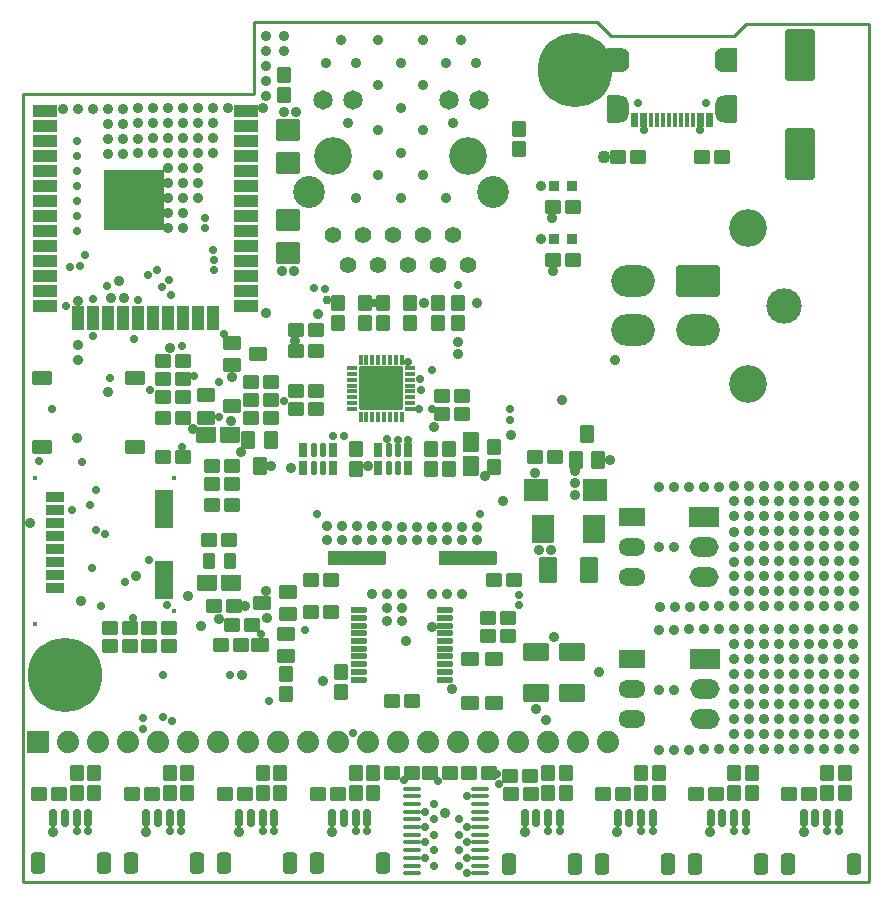
<source format=gbr>
%TF.GenerationSoftware,KiCad,Pcbnew,(7.0.0)*%
%TF.CreationDate,2023-03-12T03:28:47+03:00*%
%TF.ProjectId,ESP32-DEVKIT-L,45535033-322d-4444-9556-4b49542d4c2e,1*%
%TF.SameCoordinates,PX4260300PY8558f68*%
%TF.FileFunction,Soldermask,Top*%
%TF.FilePolarity,Negative*%
%FSLAX46Y46*%
G04 Gerber Fmt 4.6, Leading zero omitted, Abs format (unit mm)*
G04 Created by KiCad (PCBNEW (7.0.0)) date 2023-03-12 03:28:47*
%MOMM*%
%LPD*%
G01*
G04 APERTURE LIST*
G04 Aperture macros list*
%AMRoundRect*
0 Rectangle with rounded corners*
0 $1 Rounding radius*
0 $2 $3 $4 $5 $6 $7 $8 $9 X,Y pos of 4 corners*
0 Add a 4 corners polygon primitive as box body*
4,1,4,$2,$3,$4,$5,$6,$7,$8,$9,$2,$3,0*
0 Add four circle primitives for the rounded corners*
1,1,$1+$1,$2,$3*
1,1,$1+$1,$4,$5*
1,1,$1+$1,$6,$7*
1,1,$1+$1,$8,$9*
0 Add four rect primitives between the rounded corners*
20,1,$1+$1,$2,$3,$4,$5,0*
20,1,$1+$1,$4,$5,$6,$7,0*
20,1,$1+$1,$6,$7,$8,$9,0*
20,1,$1+$1,$8,$9,$2,$3,0*%
G04 Aperture macros list end*
%ADD10C,1.200000*%
%ADD11C,6.300000*%
%ADD12RoundRect,0.101600X0.499110X-0.549910X0.499110X0.549910X-0.499110X0.549910X-0.499110X-0.549910X0*%
%ADD13RoundRect,0.101600X-0.398780X-0.599440X0.398780X-0.599440X0.398780X0.599440X-0.398780X0.599440X0*%
%ADD14RoundRect,0.101600X-0.499110X0.549910X-0.499110X-0.549910X0.499110X-0.549910X0.499110X0.549910X0*%
%ADD15RoundRect,0.101600X0.549910X0.499110X-0.549910X0.499110X-0.549910X-0.499110X0.549910X-0.499110X0*%
%ADD16RoundRect,0.050800X0.635000X-0.762000X0.635000X0.762000X-0.635000X0.762000X-0.635000X-0.762000X0*%
%ADD17RoundRect,0.050800X0.762000X0.635000X-0.762000X0.635000X-0.762000X-0.635000X0.762000X-0.635000X0*%
%ADD18RoundRect,0.050800X-0.400000X-0.400000X0.400000X-0.400000X0.400000X0.400000X-0.400000X0.400000X0*%
%ADD19RoundRect,0.101600X-0.549910X-0.499110X0.549910X-0.499110X0.549910X0.499110X-0.549910X0.499110X0*%
%ADD20RoundRect,0.050800X-0.317500X-0.508000X0.317500X-0.508000X0.317500X0.508000X-0.317500X0.508000X0*%
%ADD21RoundRect,0.050800X-0.190500X-0.508000X0.190500X-0.508000X0.190500X0.508000X-0.190500X0.508000X0*%
%ADD22RoundRect,0.050800X0.317500X0.508000X-0.317500X0.508000X-0.317500X-0.508000X0.317500X-0.508000X0*%
%ADD23RoundRect,0.050800X0.190500X0.508000X-0.190500X0.508000X-0.190500X-0.508000X0.190500X-0.508000X0*%
%ADD24RoundRect,0.050800X-1.000000X-0.450000X1.000000X-0.450000X1.000000X0.450000X-1.000000X0.450000X0*%
%ADD25RoundRect,0.050800X-0.450000X-1.000000X0.450000X-1.000000X0.450000X1.000000X-0.450000X1.000000X0*%
%ADD26C,2.101600*%
%ADD27RoundRect,0.050800X-2.500000X-2.500000X2.500000X-2.500000X2.500000X2.500000X-2.500000X2.500000X0*%
%ADD28RoundRect,0.050800X-0.400000X-0.125000X0.400000X-0.125000X0.400000X0.125000X-0.400000X0.125000X0*%
%ADD29RoundRect,0.050800X0.125000X-0.400000X0.125000X0.400000X-0.125000X0.400000X-0.125000X-0.400000X0*%
%ADD30RoundRect,0.050800X0.400000X0.125000X-0.400000X0.125000X-0.400000X-0.125000X0.400000X-0.125000X0*%
%ADD31RoundRect,0.050800X-0.125000X0.400000X-0.125000X-0.400000X0.125000X-0.400000X0.125000X0.400000X0*%
%ADD32R,0.400000X0.400000*%
%ADD33R,1.422400X1.422400*%
%ADD34RoundRect,0.050800X-1.800000X1.800000X-1.800000X-1.800000X1.800000X-1.800000X1.800000X1.800000X0*%
%ADD35RoundRect,0.050800X-0.750000X0.400000X-0.750000X-0.400000X0.750000X-0.400000X0.750000X0.400000X0*%
%ADD36C,0.400000*%
%ADD37RoundRect,0.050800X-0.750000X1.550000X-0.750000X-1.550000X0.750000X-1.550000X0.750000X1.550000X0*%
%ADD38RoundRect,0.050800X-0.762000X0.508000X-0.762000X-0.508000X0.762000X-0.508000X0.762000X0.508000X0*%
%ADD39C,3.200000*%
%ADD40C,1.410000*%
%ADD41C,1.650000*%
%ADD42C,2.700000*%
%ADD43RoundRect,0.101600X-0.899160X0.798830X-0.899160X-0.798830X0.899160X-0.798830X0.899160X0.798830X0*%
%ADD44RoundRect,0.101600X0.899160X-0.798830X0.899160X0.798830X-0.899160X0.798830X-0.899160X-0.798830X0*%
%ADD45RoundRect,0.050800X1.000000X0.850000X-1.000000X0.850000X-1.000000X-0.850000X1.000000X-0.850000X0*%
%ADD46RoundRect,0.050800X-0.500000X0.700000X-0.500000X-0.700000X0.500000X-0.700000X0.500000X0.700000X0*%
%ADD47RoundRect,0.050800X-2.413000X-0.550000X2.413000X-0.550000X2.413000X0.550000X-2.413000X0.550000X0*%
%ADD48RoundRect,0.050800X-0.700000X-0.500000X0.700000X-0.500000X0.700000X0.500000X-0.700000X0.500000X0*%
%ADD49RoundRect,0.050800X0.635000X-0.162500X0.635000X0.162500X-0.635000X0.162500X-0.635000X-0.162500X0*%
%ADD50RoundRect,0.050800X-0.889000X-0.889000X0.889000X-0.889000X0.889000X0.889000X-0.889000X0.889000X0*%
%ADD51C,1.879600*%
%ADD52RoundRect,0.050800X0.889000X1.143000X-0.889000X1.143000X-0.889000X-1.143000X0.889000X-1.143000X0*%
%ADD53RoundRect,0.050800X0.500000X-0.700000X0.500000X0.700000X-0.500000X0.700000X-0.500000X-0.700000X0*%
%ADD54RoundRect,0.050800X-0.762000X-0.635000X0.762000X-0.635000X0.762000X0.635000X-0.762000X0.635000X0*%
%ADD55RoundRect,0.050800X0.700000X0.500000X-0.700000X0.500000X-0.700000X-0.500000X0.700000X-0.500000X0*%
%ADD56RoundRect,0.050800X-0.700000X0.500000X-0.700000X-0.500000X0.700000X-0.500000X0.700000X0.500000X0*%
%ADD57RoundRect,0.050800X0.700000X-0.500000X0.700000X0.500000X-0.700000X0.500000X-0.700000X-0.500000X0*%
%ADD58RoundRect,0.150000X-0.150000X-0.625000X0.150000X-0.625000X0.150000X0.625000X-0.150000X0.625000X0*%
%ADD59RoundRect,0.250000X-0.350000X-0.650000X0.350000X-0.650000X0.350000X0.650000X-0.350000X0.650000X0*%
%ADD60RoundRect,0.101600X0.635000X1.029970X-0.635000X1.029970X-0.635000X-1.029970X0.635000X-1.029970X0*%
%ADD61R,2.300000X1.500000*%
%ADD62O,2.300000X1.500000*%
%ADD63R,2.500000X1.700000*%
%ADD64O,2.500000X1.700000*%
%ADD65C,3.000000*%
%ADD66RoundRect,0.250001X-1.599999X1.099999X-1.599999X-1.099999X1.599999X-1.099999X1.599999X1.099999X0*%
%ADD67O,3.700000X2.700000*%
%ADD68RoundRect,0.100000X-0.637500X-0.100000X0.637500X-0.100000X0.637500X0.100000X-0.637500X0.100000X0*%
%ADD69C,0.701600*%
%ADD70RoundRect,0.050800X0.550000X1.100000X-0.550000X1.100000X-0.550000X-1.100000X0.550000X-1.100000X0*%
%ADD71O,1.301600X2.301600*%
%ADD72RoundRect,0.050800X0.550000X1.000000X-0.550000X1.000000X-0.550000X-1.000000X0.550000X-1.000000X0*%
%ADD73O,1.401600X2.101600*%
%ADD74RoundRect,0.050800X0.150000X0.575000X-0.150000X0.575000X-0.150000X-0.575000X0.150000X-0.575000X0*%
%ADD75RoundRect,0.050800X0.125000X0.575000X-0.125000X0.575000X-0.125000X-0.575000X0.125000X-0.575000X0*%
%ADD76C,1.101600*%
%ADD77RoundRect,0.101600X1.029970X-0.635000X1.029970X0.635000X-1.029970X0.635000X-1.029970X-0.635000X0*%
%ADD78RoundRect,0.250000X1.000000X-1.950000X1.000000X1.950000X-1.000000X1.950000X-1.000000X-1.950000X0*%
%ADD79C,0.900000*%
%ADD80C,0.700000*%
%ADD81C,0.750000*%
%TA.AperFunction,Profile*%
%ADD82C,0.254000*%
%TD*%
G04 APERTURE END LIST*
D10*
X1139000Y17524000D03*
X1901000Y19175000D03*
X1901000Y15746000D03*
X3552000Y19937000D03*
D11*
X3552000Y17524000D03*
D10*
X3552000Y15111000D03*
X5203000Y19175000D03*
X5203000Y15873000D03*
X5965000Y17524000D03*
D12*
X36064000Y34963640D03*
X36064000Y36660360D03*
X34540000Y34963640D03*
X34540000Y36660360D03*
D13*
X15733840Y27176000D03*
X17532160Y27176000D03*
D14*
X36826000Y48979360D03*
X36826000Y47282640D03*
X39874000Y36787360D03*
X39874000Y35090640D03*
X28190000Y36660360D03*
X28190000Y34963640D03*
X35175000Y48979360D03*
X35175000Y47282640D03*
D15*
X24847360Y44956000D03*
X23150640Y44956000D03*
X24847360Y40003000D03*
X23150640Y40003000D03*
X24847360Y41527000D03*
X23150640Y41527000D03*
X37166360Y41146000D03*
X35469640Y41146000D03*
D16*
X37969000Y35177000D03*
X37969000Y37209000D03*
D17*
X17649000Y25271000D03*
X15617000Y25271000D03*
D18*
X46461500Y54455000D03*
X44937500Y54455000D03*
D19*
X11847640Y44067000D03*
X13544360Y44067000D03*
D12*
X22094000Y66586640D03*
X22094000Y68283360D03*
D14*
X42033000Y63711360D03*
X42033000Y62014640D03*
X28952000Y48979360D03*
X28952000Y47282640D03*
X26666000Y48979360D03*
X26666000Y47282640D03*
X32762000Y48979360D03*
X32762000Y47282640D03*
X30476000Y48979360D03*
X30476000Y47282640D03*
D19*
X31278640Y15301500D03*
X32975360Y15301500D03*
X35469640Y39625000D03*
X37166360Y39625000D03*
D15*
X24847360Y46734000D03*
X23150640Y46734000D03*
D19*
X39406640Y20826000D03*
X41103360Y20826000D03*
D15*
X26117360Y22858000D03*
X24420640Y22858000D03*
D20*
X23745000Y35050000D03*
X23745000Y36574000D03*
D21*
X24634000Y35050000D03*
X24634000Y36574000D03*
X25396000Y35050000D03*
X25396000Y36574000D03*
D20*
X26285000Y35050000D03*
X26285000Y36574000D03*
D22*
X32635000Y36574000D03*
X32635000Y35050000D03*
D23*
X31746000Y36574000D03*
X31746000Y35050000D03*
X30984000Y36574000D03*
X30984000Y35050000D03*
D22*
X30095000Y36574000D03*
X30095000Y35050000D03*
D24*
X1910000Y65252000D03*
X1910000Y63982000D03*
X1910000Y62712000D03*
X1910000Y61442000D03*
X1910000Y60172000D03*
X1910000Y58902000D03*
X1910000Y57632000D03*
X1910000Y56362000D03*
X1910000Y55092000D03*
X1910000Y53822000D03*
X1910000Y52552000D03*
X1910000Y51282000D03*
X1910000Y50012000D03*
X1910000Y48742000D03*
D25*
X4710000Y47742000D03*
X5980000Y47742000D03*
X7250000Y47742000D03*
X8520000Y47742000D03*
X9790000Y47742000D03*
X11060000Y47742000D03*
X12330000Y47742000D03*
X13600000Y47742000D03*
X14870000Y47742000D03*
X16140000Y47742000D03*
D24*
X18910000Y48742000D03*
X18910000Y50012000D03*
X18910000Y51282000D03*
X18910000Y52552000D03*
X18910000Y53822000D03*
X18910000Y55092000D03*
X18910000Y56362000D03*
X18910000Y57632000D03*
X18910000Y58902000D03*
X18910000Y60172000D03*
X18910000Y61442000D03*
X18910000Y62712000D03*
X18910000Y63982000D03*
X18910000Y65252000D03*
D26*
X9410000Y57742000D03*
D27*
X9410000Y57742000D03*
D28*
X27899000Y43531000D03*
X27899000Y43031000D03*
X27899000Y42531000D03*
X27899000Y42031000D03*
X27899000Y41531000D03*
X27899000Y41031000D03*
X27899000Y40531000D03*
X27899000Y40031000D03*
D29*
X28599000Y39331000D03*
X29099000Y39331000D03*
X29599000Y39331000D03*
X30099000Y39331000D03*
X30599000Y39331000D03*
X31099000Y39331000D03*
X31599000Y39331000D03*
X32099000Y39331000D03*
D30*
X32799000Y40031000D03*
X32799000Y40531000D03*
X32799000Y41031000D03*
X32799000Y41531000D03*
X32799000Y42031000D03*
X32799000Y42531000D03*
X32799000Y43031000D03*
X32799000Y43531000D03*
D31*
X32099000Y44231000D03*
X31599000Y44231000D03*
X31099000Y44231000D03*
X30599000Y44231000D03*
X30099000Y44231000D03*
X29599000Y44231000D03*
X29099000Y44231000D03*
X28599000Y44231000D03*
D32*
X30848999Y43080999D03*
X29848999Y43080999D03*
X31648999Y42280999D03*
X29048999Y42280999D03*
D33*
X30348999Y41780999D03*
D34*
X30349000Y41781000D03*
D32*
X31648999Y41280999D03*
X29048999Y41280999D03*
X30848999Y40480999D03*
X29848999Y40480999D03*
D35*
X2727000Y24850000D03*
X2727000Y25950000D03*
X2727000Y27050000D03*
X2727000Y28150000D03*
X2727000Y29250000D03*
X2727000Y30350000D03*
X2727000Y31450000D03*
X2727000Y32550000D03*
D36*
X1007000Y21880000D03*
X12807000Y22970000D03*
X12807000Y34240000D03*
X1007000Y34240000D03*
D37*
X11977000Y31610000D03*
X11977000Y25550000D03*
D15*
X17481360Y28954000D03*
X15784640Y28954000D03*
D38*
X9521000Y42670000D03*
X1647000Y42670000D03*
X9521000Y36828000D03*
X1647000Y36828000D03*
D39*
X37715000Y61466000D03*
X26285000Y61466000D03*
D40*
X36455000Y54766000D03*
X35185000Y52226000D03*
X33915000Y54766000D03*
X32645000Y52226000D03*
X31375000Y54766000D03*
X30105000Y52226000D03*
X28835000Y54766000D03*
X27565000Y52226000D03*
D41*
X27930000Y66214500D03*
X38610000Y66214500D03*
D42*
X39800000Y58416000D03*
X24200000Y58416000D03*
D41*
X25390000Y66214500D03*
X36070000Y66214500D03*
D43*
X22475000Y56007540D03*
X22475000Y53208460D03*
D44*
X22475000Y60828460D03*
X22475000Y63627540D03*
D15*
X46547860Y52677000D03*
X44851140Y52677000D03*
X26117360Y25525000D03*
X24420640Y25525000D03*
D19*
X39914640Y25525000D03*
X41611360Y25525000D03*
D14*
X26950000Y17798360D03*
X26950000Y16101640D03*
D19*
X39406640Y22350000D03*
X41103360Y22350000D03*
D45*
X48470000Y33145000D03*
X43470000Y33145000D03*
D46*
X46798040Y35720560D03*
X48700500Y35720560D03*
X47745460Y37930360D03*
D47*
X28317000Y27430000D03*
X37715000Y27430000D03*
D48*
X22439440Y22670040D03*
X22439440Y24572500D03*
X20229640Y23617460D03*
D15*
X45040360Y35939000D03*
X43343640Y35939000D03*
D12*
X22310000Y15883280D03*
X22310000Y17580000D03*
D15*
X13544360Y42543000D03*
X11847640Y42543000D03*
D19*
X11847640Y41019000D03*
X13544360Y41019000D03*
D49*
X35746500Y17139000D03*
X35746500Y17789000D03*
X35746500Y18439000D03*
X35746500Y19089000D03*
X35746500Y19739000D03*
X35746500Y20389000D03*
X35746500Y21039000D03*
X35746500Y21689000D03*
X35746500Y22339000D03*
X35746500Y22989000D03*
X28507500Y22989000D03*
X28507500Y22339000D03*
X28507500Y21689000D03*
X28507500Y21039000D03*
X28507500Y20389000D03*
X28507500Y19739000D03*
X28507500Y19089000D03*
X28507500Y18439000D03*
X28507500Y17789000D03*
X28507500Y17139000D03*
D10*
X44319000Y68705000D03*
X45081000Y70356000D03*
X45081000Y66927000D03*
X46732000Y71118000D03*
D11*
X46732000Y68705000D03*
D10*
X46732000Y66292000D03*
X48383000Y70356000D03*
X48383000Y67054000D03*
X49145000Y68705000D03*
D50*
X1266000Y11809000D03*
D51*
X3806000Y11809000D03*
X6346000Y11809000D03*
X8886000Y11809000D03*
X11426000Y11809000D03*
X13966000Y11809000D03*
X16506000Y11809000D03*
X19046000Y11809000D03*
X21586000Y11809000D03*
X24126000Y11809000D03*
X26666000Y11809000D03*
X29206000Y11809000D03*
X31746000Y11809000D03*
X34286000Y11809000D03*
X36826000Y11809000D03*
X39366000Y11809000D03*
X41906000Y11809000D03*
X44446000Y11809000D03*
X46986000Y11809000D03*
X49526000Y11809000D03*
D18*
X46461500Y58900000D03*
X44937500Y58900000D03*
D19*
X44851140Y57122000D03*
X46547860Y57122000D03*
D15*
X12348360Y19940000D03*
X10651640Y19940000D03*
X17735360Y35177000D03*
X16038640Y35177000D03*
D52*
X48401000Y29843000D03*
X44047000Y29843000D03*
D53*
X21011960Y37427440D03*
X19109500Y37427440D03*
X20064540Y35217640D03*
D15*
X21037360Y42289000D03*
X19340640Y42289000D03*
D54*
X15490000Y37844000D03*
X17522000Y37844000D03*
D19*
X19340639Y39241000D03*
X21037359Y39241000D03*
D55*
X17684560Y45651960D03*
X17684560Y43749500D03*
X19894360Y44704540D03*
D19*
X19340639Y40765000D03*
X21037359Y40765000D03*
D15*
X9099360Y21461000D03*
X7402640Y21461000D03*
X17735360Y33653000D03*
X16038640Y33653000D03*
D56*
X15533000Y41207000D03*
X15533000Y39307000D03*
X17733000Y40257000D03*
D57*
X37842000Y15116000D03*
X37842000Y18916000D03*
D56*
X39874000Y18916000D03*
X39874000Y15116000D03*
D19*
X16038640Y31875000D03*
X17735360Y31875000D03*
D15*
X12348360Y21464000D03*
X10651640Y21464000D03*
X9099360Y19937000D03*
X7402640Y19937000D03*
X19386360Y21715000D03*
X17689640Y21715000D03*
X17862360Y23366000D03*
X16165640Y23366000D03*
D48*
X22312440Y19114040D03*
X22312440Y21016500D03*
X20102640Y20061460D03*
D15*
X18497360Y20064000D03*
X16800640Y20064000D03*
X13544360Y39241000D03*
X11847640Y39241000D03*
X13544360Y35939000D03*
X11847640Y35939000D03*
D14*
X28170000Y9235081D03*
X28170000Y7538361D03*
D15*
X39473360Y9219180D03*
X37776640Y9219180D03*
D19*
X17091640Y7480000D03*
X18788360Y7480000D03*
D58*
X10430000Y5440000D03*
X11430000Y5440000D03*
X12430000Y5440000D03*
X13430000Y5440000D03*
D59*
X9130000Y1565000D03*
X14730000Y1565000D03*
D19*
X64903200Y7475000D03*
X66599920Y7475000D03*
D60*
X47977600Y26400000D03*
X44472400Y26400000D03*
D14*
X4560000Y9236720D03*
X4560000Y7540000D03*
D58*
X2560000Y5440000D03*
X3560000Y5440000D03*
X4560000Y5440000D03*
X5560000Y5440000D03*
D59*
X1260000Y1565000D03*
X6860000Y1565000D03*
D40*
X26300000Y54775000D03*
D61*
X51609999Y30924999D03*
D62*
X51609999Y28384999D03*
X51609999Y25844999D03*
D19*
X1361640Y7480000D03*
X3058360Y7480000D03*
D58*
X50360000Y5434115D03*
X51360000Y5434115D03*
X52360000Y5434115D03*
X53360000Y5434115D03*
D59*
X49060000Y1559115D03*
X54660000Y1559115D03*
D58*
X58230000Y5435112D03*
X59230000Y5435112D03*
X60230000Y5435112D03*
X61230000Y5435112D03*
D59*
X56930000Y1560112D03*
X62530000Y1560112D03*
D14*
X21775000Y9236009D03*
X21775000Y7539289D03*
D58*
X26170000Y5436721D03*
X27170000Y5436721D03*
X28170000Y5436721D03*
X29170000Y5436721D03*
D59*
X24870000Y1561721D03*
X30470000Y1561721D03*
D14*
X53835000Y9232475D03*
X53835000Y7535755D03*
D61*
X51609999Y18849999D03*
D62*
X51609999Y16309999D03*
X51609999Y13769999D03*
D19*
X50401640Y61350000D03*
X52098360Y61350000D03*
X57032480Y7475112D03*
X58729200Y7475112D03*
D63*
X57724999Y18874999D03*
D64*
X57724999Y16334999D03*
X57724999Y13794999D03*
D14*
X52360000Y9229195D03*
X52360000Y7532475D03*
X60230000Y9233472D03*
X60230000Y7536752D03*
D63*
X57717499Y30934999D03*
D64*
X57717499Y28394999D03*
X57717499Y25854999D03*
D14*
X6035000Y9238360D03*
X6035000Y7541640D03*
D15*
X36193360Y9220000D03*
X34496640Y9220000D03*
D14*
X29645000Y9235081D03*
X29645000Y7538361D03*
D19*
X49160800Y7474115D03*
X50857520Y7474115D03*
D58*
X42490000Y5433893D03*
X43490000Y5433893D03*
X44490000Y5433893D03*
X45490000Y5433893D03*
D59*
X41190000Y1558893D03*
X46790000Y1558893D03*
D14*
X68100720Y9236640D03*
X68100720Y7539920D03*
D65*
X64465000Y48800000D03*
D66*
X57165000Y50900000D03*
D67*
X57164999Y46699999D03*
X51664999Y50899999D03*
X51664999Y46699999D03*
D19*
X57476640Y61350000D03*
X59173360Y61350000D03*
D68*
X32987500Y7890000D03*
X32987500Y7240000D03*
X32987500Y6590000D03*
X32987500Y5940000D03*
X32987500Y5290000D03*
X32987500Y4640000D03*
X32987500Y3990000D03*
X32987500Y3340000D03*
X32987500Y2690000D03*
X32987500Y2040000D03*
X32987500Y1390000D03*
X32987500Y740000D03*
X38712500Y740000D03*
X38712500Y1390000D03*
X38712500Y2040000D03*
X38712500Y2690000D03*
X38712500Y3340000D03*
X38712500Y3990000D03*
X38712500Y4640000D03*
X38712500Y5290000D03*
X38712500Y5940000D03*
X38712500Y6590000D03*
X38712500Y7240000D03*
X38712500Y7890000D03*
D19*
X9231640Y7480000D03*
X10928360Y7480000D03*
D14*
X13905000Y9238360D03*
X13905000Y7541640D03*
D15*
X42948360Y8980000D03*
X41251640Y8980000D03*
D14*
X45965000Y9232253D03*
X45965000Y7535533D03*
X20300000Y9236009D03*
X20300000Y7539289D03*
D15*
X26669200Y7476721D03*
X24972480Y7476721D03*
D58*
X66110000Y5435000D03*
X67110000Y5435000D03*
X68110000Y5435000D03*
X69110000Y5435000D03*
D59*
X64810000Y1560000D03*
X70410000Y1560000D03*
D19*
X41292480Y7473893D03*
X42989200Y7473893D03*
D69*
X52085000Y65920000D03*
X57865000Y65920000D03*
D70*
X50047400Y65420000D03*
D71*
X50654999Y65419999D03*
X59294999Y65419999D03*
D70*
X59902600Y65420000D03*
D72*
X50047400Y69600000D03*
D73*
X50654999Y69599999D03*
X59294999Y69599999D03*
D72*
X59902600Y69600000D03*
D74*
X58300000Y64518000D03*
X57500000Y64518000D03*
D75*
X56225000Y64518000D03*
X55225000Y64518000D03*
X54725000Y64518000D03*
X53725000Y64518000D03*
D74*
X52450000Y64518000D03*
X51650000Y64518000D03*
X51900000Y64518000D03*
X52700000Y64518000D03*
D75*
X53225000Y64518000D03*
X54225000Y64518000D03*
X55725000Y64518000D03*
X56725000Y64518000D03*
D74*
X57250000Y64518000D03*
X58050000Y64518000D03*
D14*
X69575720Y9233360D03*
X69575720Y7536640D03*
D76*
X49225000Y61350000D03*
D14*
X12430000Y9236720D03*
X12430000Y7540000D03*
D77*
X46475000Y15975000D03*
X46475000Y19480200D03*
D40*
X37715000Y52225000D03*
D19*
X31221640Y9220000D03*
X32918360Y9220000D03*
D14*
X61705000Y9233472D03*
X61705000Y7536752D03*
X44490000Y9230613D03*
X44490000Y7533893D03*
D58*
X18300000Y5437649D03*
X19300000Y5437649D03*
X20300000Y5437649D03*
X21300000Y5437649D03*
D59*
X17000000Y1562649D03*
X22600000Y1562649D03*
D78*
X65810000Y61620000D03*
X65810000Y70020000D03*
D39*
X61365000Y55400000D03*
X61365000Y42200000D03*
D66*
X57165000Y50900000D03*
D67*
X57164999Y46699999D03*
X51664999Y50899999D03*
X51664999Y46699999D03*
D77*
X43425000Y15975000D03*
X43425000Y19480200D03*
D79*
X45670000Y40830000D03*
X50100000Y44160000D03*
X44850000Y51730000D03*
X14015299Y24177800D03*
X55150000Y28385000D03*
X35940000Y30088000D03*
X20570000Y67818000D03*
X61490000Y30950000D03*
X60185000Y18845000D03*
X67805000Y17590000D03*
X20570000Y69084000D03*
X11035000Y61698000D03*
X65290000Y12515000D03*
X14855000Y59163000D03*
X69090000Y11235000D03*
X69080000Y32220000D03*
X60205000Y16295000D03*
X3400000Y65468000D03*
X34849102Y38502577D03*
X63985000Y20130000D03*
X35940000Y28945000D03*
X62760000Y12505000D03*
X65280000Y33500000D03*
X55185000Y23310000D03*
X60205000Y17565000D03*
X64005000Y15040000D03*
X13585000Y61718000D03*
X37210000Y28945000D03*
X64030000Y12505000D03*
X7230000Y65483000D03*
X61455000Y21390000D03*
X12325000Y59163000D03*
X11035000Y65508000D03*
X13575000Y64238000D03*
X53915000Y23310000D03*
D80*
X32580000Y44010000D03*
D79*
X9765000Y61698000D03*
X67830000Y29690000D03*
X57655000Y21375000D03*
X61490000Y29680000D03*
X5960000Y65483000D03*
X69090000Y29680000D03*
X28317000Y30095000D03*
X61480000Y32220000D03*
X13585000Y55353000D03*
X56400000Y21375000D03*
X20570000Y66548000D03*
X69090000Y12505000D03*
X61490000Y13775000D03*
X56430000Y11210000D03*
X34635525Y21610100D03*
X64030000Y13775000D03*
X62760000Y13775000D03*
X28317000Y28952000D03*
X32130000Y23235000D03*
D80*
X40174428Y9133880D03*
D79*
X29206000Y35175000D03*
X32130000Y28948000D03*
X8500000Y64213000D03*
X38480000Y30088000D03*
X70355000Y33490000D03*
X69115000Y23335000D03*
X61490000Y12505000D03*
X20323700Y65490519D03*
X23110000Y65147000D03*
X56425000Y33475000D03*
X69090000Y28410000D03*
X66535000Y17590000D03*
X65290000Y13785000D03*
X69055000Y21390000D03*
X17680000Y42740000D03*
X23070479Y45803479D03*
X4568000Y37587848D03*
X67825000Y33510000D03*
X12305000Y62968000D03*
X62735000Y16310000D03*
X21967000Y51685000D03*
X67855000Y24615000D03*
X22690000Y35050000D03*
X14855000Y60433000D03*
X27047000Y30095000D03*
X64005000Y16310000D03*
X70360000Y30950000D03*
X61465000Y16310000D03*
X11035000Y62968000D03*
X65265000Y17590000D03*
X58220000Y4230000D03*
X9765000Y64238000D03*
X62755000Y32220000D03*
X12461090Y45243100D03*
X61515000Y25875000D03*
X61455000Y20120000D03*
X65315000Y23345000D03*
X70360000Y28410000D03*
X22094000Y65147000D03*
X29587000Y30095000D03*
X60230000Y11220000D03*
X14845000Y62973000D03*
X58955000Y33475000D03*
X7230000Y62943000D03*
X60230000Y28395000D03*
X4905900Y23813898D03*
X64000000Y21400000D03*
X69055000Y20120000D03*
X65265000Y18860000D03*
X44700000Y28063000D03*
X66560000Y30960000D03*
X13585000Y60433000D03*
X70385000Y24605000D03*
X13585000Y59163000D03*
X70355000Y32220000D03*
X60230000Y27125000D03*
X62755000Y33490000D03*
X35940000Y24378000D03*
X64055000Y24605000D03*
X61515000Y24605000D03*
X67810000Y30970000D03*
X64030000Y28410000D03*
X64030000Y29680000D03*
X67810000Y32240000D03*
X16603499Y22239588D03*
X36826000Y45716000D03*
X60210000Y30945000D03*
X10420000Y4215669D03*
X67830000Y11245000D03*
X66530000Y21400000D03*
X70330000Y21390000D03*
X70330000Y20120000D03*
X2560000Y4220000D03*
X13575000Y62968000D03*
X67855000Y23345000D03*
X63985000Y18860000D03*
X36826000Y44700000D03*
X55160000Y11210000D03*
X20570000Y48129000D03*
X13585000Y57893000D03*
X70335000Y16310000D03*
X15064589Y21704589D03*
X53890000Y11210000D03*
X57680000Y33475000D03*
X61515000Y23335000D03*
X42489227Y4220000D03*
X34670000Y30091000D03*
X57690000Y11220000D03*
X16115000Y65498000D03*
X69065000Y18850000D03*
X66560000Y12515000D03*
X43684000Y28063000D03*
X11035000Y64238000D03*
X66560000Y13785000D03*
X67785000Y18870000D03*
X8500000Y61673000D03*
X65255000Y21400000D03*
X4695000Y49145000D03*
X61490000Y27140000D03*
X64030000Y27140000D03*
X62785000Y24605000D03*
X30860000Y24382000D03*
X13585000Y56623000D03*
X64025000Y33500000D03*
X69080000Y33490000D03*
X69090000Y27140000D03*
X20580000Y24670000D03*
X57715000Y23320000D03*
X66535000Y16320000D03*
X7230000Y64213000D03*
X66560000Y15055000D03*
X55135000Y16285000D03*
X61465000Y18850000D03*
X44940000Y20738000D03*
X65315000Y24615000D03*
X20653228Y22336328D03*
X61490000Y28410000D03*
X12325000Y55353000D03*
X12305000Y65508000D03*
X8500000Y65483000D03*
X65290000Y29690000D03*
X70360000Y13775000D03*
X56455000Y23310000D03*
X14845000Y65498000D03*
X62735000Y17580000D03*
X25777000Y28952000D03*
X12305000Y64238000D03*
X62785000Y27145000D03*
X12305000Y61698000D03*
X70335000Y17580000D03*
X66585000Y25885000D03*
X66555000Y32230000D03*
X64005000Y17580000D03*
X38480000Y28945000D03*
X60255000Y25860000D03*
X16115000Y62973000D03*
X7489000Y49399000D03*
X32130000Y30091000D03*
X60205000Y15025000D03*
X33400000Y30091000D03*
X30860000Y23235000D03*
X43352843Y34630393D03*
X33400000Y28948000D03*
X37207000Y24380000D03*
D80*
X5971100Y49346601D03*
D79*
X62760000Y30950000D03*
X62760000Y28410000D03*
X17385000Y65498000D03*
X69090000Y30950000D03*
X62785000Y23335000D03*
X20570000Y70354000D03*
X66530000Y20130000D03*
X70360000Y12505000D03*
X25380000Y16970000D03*
X61480000Y33490000D03*
X65255000Y20130000D03*
X69115000Y25875000D03*
X61465000Y15040000D03*
X50340000Y4230000D03*
X65280000Y32230000D03*
X67830000Y12515000D03*
X62785000Y25875000D03*
X70360000Y29680000D03*
X30857000Y28952000D03*
X9770000Y62943000D03*
X64030000Y11235000D03*
X8568500Y49399561D03*
X20570000Y71624000D03*
X16115000Y64248000D03*
X12315000Y60433000D03*
X53880000Y28385000D03*
X60255000Y23320000D03*
X65290000Y11245000D03*
X60225000Y33485000D03*
X34670000Y24378000D03*
X22094000Y71624000D03*
X62760000Y11235000D03*
X67830000Y27150000D03*
X64010000Y30960000D03*
X70385000Y25875000D03*
X12325000Y57893000D03*
X22957600Y51685000D03*
X8500000Y62943000D03*
X32130000Y22088000D03*
X62760000Y15045000D03*
X12325000Y56623000D03*
X4680000Y65478000D03*
X66560000Y29690000D03*
X64010000Y32230000D03*
X34670000Y28948000D03*
X65315000Y25885000D03*
X35774009Y5859842D03*
X65290000Y27150000D03*
X14845000Y64248000D03*
X26170000Y4216721D03*
X60230000Y29665000D03*
X4695000Y44192000D03*
X9765000Y65508000D03*
X7230000Y61673000D03*
X62730000Y21390000D03*
X60200000Y21385000D03*
X44812500Y56173000D03*
X53880000Y33465000D03*
X67805000Y15050000D03*
X69090000Y13775000D03*
X9609195Y25870474D03*
X62760000Y29680000D03*
X60255000Y24590000D03*
X62730000Y20120000D03*
X67830000Y28420000D03*
X69065000Y15040000D03*
X53855000Y21365000D03*
X58930000Y21375000D03*
X32130000Y24381000D03*
X69065000Y16310000D03*
X39154589Y34343411D03*
X14855000Y57893000D03*
X55130000Y21365000D03*
X4695000Y45462000D03*
X70335000Y18850000D03*
X60230000Y13760000D03*
X55155000Y33465000D03*
X7225961Y41504039D03*
X66555000Y33500000D03*
X60230000Y12490000D03*
X14855000Y61718000D03*
X65290000Y28420000D03*
X70385000Y23335000D03*
X25015000Y48065500D03*
X22094000Y70354000D03*
X61465000Y17580000D03*
X30860000Y22088000D03*
X66585000Y24615000D03*
X66560000Y11245000D03*
X644186Y30348000D03*
X67830000Y13785000D03*
X67800000Y21410000D03*
X58960000Y11220000D03*
X69115000Y24605000D03*
X58985000Y23320000D03*
X66100000Y4230000D03*
X29587000Y28952000D03*
X60185000Y20115000D03*
X16125000Y61703000D03*
X37210000Y30088000D03*
X66585000Y27155000D03*
X70360000Y11235000D03*
X67855000Y25885000D03*
X61490000Y11235000D03*
X69065000Y17580000D03*
X64055000Y25875000D03*
X66535000Y18860000D03*
X65265000Y16320000D03*
X67785000Y20140000D03*
X70360000Y15045000D03*
X27047000Y28952000D03*
X66585000Y23345000D03*
X30857000Y30095000D03*
X36336128Y16343872D03*
X67805000Y16320000D03*
X62735000Y18850000D03*
X70385000Y27145000D03*
X18298234Y4212649D03*
X65290000Y30960000D03*
X25777000Y30095000D03*
X64055000Y23335000D03*
X60210000Y32215000D03*
X66560000Y28420000D03*
X29590000Y24378000D03*
X13575000Y65508000D03*
X65265000Y15050000D03*
X53865000Y16285000D03*
X18851351Y23366097D03*
D80*
X14474000Y42797000D03*
D79*
X40690000Y32256000D03*
X8180000Y50860000D03*
X44300000Y13730000D03*
X18590000Y17500000D03*
X18500000Y36440000D03*
X14380071Y38372992D03*
X43430000Y14603000D03*
D80*
X20840000Y15280551D03*
X1373596Y35598933D03*
X20208300Y21020000D03*
X4550000Y62736000D03*
X36826000Y50544000D03*
X29714000Y49020000D03*
D79*
X33970000Y49020000D03*
X38477000Y49020000D03*
D81*
X25777000Y49274000D03*
D79*
X41364900Y37840000D03*
D80*
X57375000Y63700000D03*
D79*
X32480000Y20380000D03*
D80*
X52575000Y63700000D03*
X34675000Y40000000D03*
X10783480Y41634700D03*
X12202865Y23472700D03*
X4550000Y57656000D03*
D79*
X46770000Y32764000D03*
X48775000Y17775000D03*
X46770000Y34796000D03*
X46770000Y33780000D03*
D80*
X12548555Y49657751D03*
X37630000Y7240000D03*
X32287950Y8614224D03*
X4550000Y60196000D03*
X10159519Y13895438D03*
X10189840Y12975717D03*
X4550000Y61466000D03*
X4550000Y56386000D03*
X35145630Y8547045D03*
D79*
X21020000Y35220000D03*
X17649000Y38987000D03*
D80*
X16633000Y39367980D03*
X16633000Y42289000D03*
X17554700Y17500000D03*
X11840211Y17500211D03*
X4550000Y58926000D03*
X27948670Y12640081D03*
X7361100Y42670000D03*
X2479143Y40010000D03*
X17000543Y46411091D03*
X23900000Y21314700D03*
X12401455Y50997029D03*
X11847164Y13987300D03*
X10600358Y51399500D03*
X13438190Y45337000D03*
X13440000Y36790000D03*
X6208900Y33188293D03*
X6210000Y29820300D03*
X9793926Y49269812D03*
X11397444Y51785274D03*
X12674333Y13641251D03*
X26284996Y37780500D03*
X4876919Y52140990D03*
X27174000Y37780500D03*
X5240429Y53043317D03*
X30873671Y37471275D03*
X4003187Y52061931D03*
X31750000Y37430000D03*
X16184289Y51771382D03*
X32640000Y37429534D03*
X7133800Y50463101D03*
X5712747Y31897853D03*
X7000251Y29439300D03*
X9394000Y45972000D03*
X10719095Y27241700D03*
X6600000Y23366000D03*
X9336254Y22322491D03*
X3622686Y48766000D03*
X5965000Y46226000D03*
X8620300Y25430000D03*
X5838000Y26540998D03*
X24869536Y31110464D03*
X38714930Y31113000D03*
X4550000Y55100000D03*
D79*
X43912500Y58900000D03*
D80*
X15427114Y55370000D03*
X34652156Y43340000D03*
X16150053Y52648526D03*
X33642256Y42564031D03*
X16116035Y53525679D03*
X33725383Y41690676D03*
X15418726Y56251734D03*
X33568163Y40029483D03*
X11808376Y50349872D03*
X22126611Y40740917D03*
X25559530Y50187798D03*
X24666301Y50321179D03*
D79*
X33905000Y71245000D03*
X30095000Y71245000D03*
X28190000Y69340000D03*
X33905000Y67435000D03*
X33905000Y59815000D03*
X32000000Y69340000D03*
X30095000Y63625000D03*
X30095000Y67435000D03*
X32000000Y61720000D03*
X28190000Y57910000D03*
X35810000Y57910000D03*
X38350000Y69340000D03*
X32000000Y65530000D03*
X25650000Y69340000D03*
X36445000Y64260000D03*
X35810000Y69340000D03*
X32000000Y57910000D03*
X33905000Y63625000D03*
X27555000Y64260000D03*
X30095000Y59815000D03*
X26920000Y71245000D03*
X37080000Y71245000D03*
D80*
X4155440Y31450000D03*
X4980000Y35538700D03*
X40304333Y8266251D03*
X34800000Y6590000D03*
X41264900Y40018517D03*
X41979830Y23432698D03*
D79*
X43912500Y54450000D03*
X49710000Y35720000D03*
D80*
X41264900Y39129118D03*
X41979330Y24314690D03*
X34090000Y5940000D03*
X4560000Y4290000D03*
X34790000Y5290000D03*
X5560000Y4290000D03*
X12430000Y4290000D03*
X34090000Y4640000D03*
X34790000Y3990000D03*
X13430000Y4290000D03*
X34090000Y3340000D03*
X20308234Y4290126D03*
X34790000Y2690000D03*
X21300000Y4290126D03*
X34090000Y2040000D03*
X28170000Y4286721D03*
X29170000Y4286721D03*
X34790000Y1390000D03*
X37600000Y740000D03*
X44490000Y4283893D03*
X36900000Y1390000D03*
X45490000Y4283893D03*
X52360000Y4284115D03*
X37600000Y2040000D03*
X53360000Y4284115D03*
X36900000Y2690000D03*
X37600000Y3340000D03*
X60230000Y4285112D03*
X61230000Y4285112D03*
X36900000Y3990000D03*
X68110000Y4285000D03*
X37600000Y4640000D03*
X36900000Y5290000D03*
X69110000Y4285000D03*
D82*
X48650000Y72773492D02*
X49770000Y71659000D01*
X48650000Y72773492D02*
X19554000Y72769000D01*
X-4000Y66673000D02*
X0Y0D01*
X61200000Y72675000D02*
X71675000Y72675000D01*
X19554000Y66673000D02*
X19554000Y72769000D01*
X60184000Y71659000D02*
X61200000Y72675000D01*
X49770000Y71659000D02*
X60184000Y71659000D01*
X71675000Y72675000D02*
X71675000Y0D01*
X-4000Y66673000D02*
X19554000Y66673000D01*
X0Y0D02*
X71675000Y0D01*
M02*

</source>
